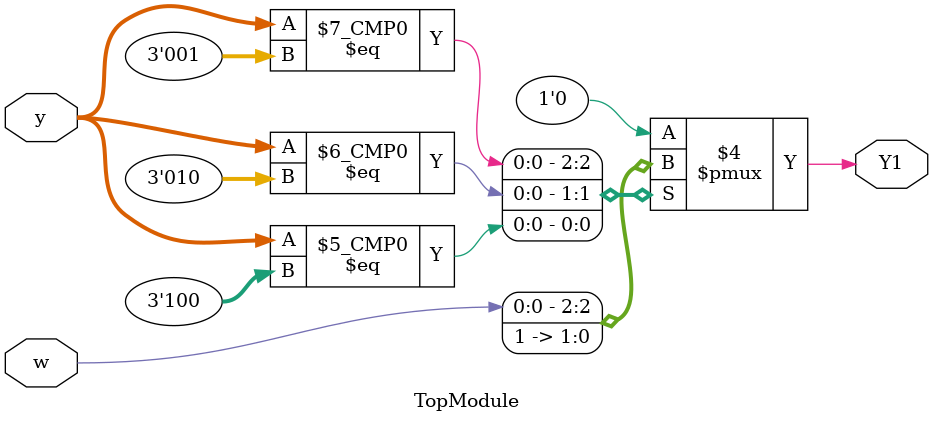
<source format=sv>
module TopModule(
    input logic [2:0] y, // 3-bit input for state encoding
    input logic w,       // 1-bit input
    output logic Y1      // 1-bit output
);

    // Next-state logic for y[1]
    always @(*) begin
        case (y)
            3'b000: Y1 = 1'b0; // State A
            3'b001: Y1 = w;    // State B
            3'b010: Y1 = 1'b1; // State C
            3'b011: Y1 = 1'b0; // State D
            3'b100: Y1 = 1'b1; // State E
            3'b101: Y1 = 1'b0; // State F
            default: Y1 = 1'b0; // Default case
        endcase
    end

endmodule
</source>
